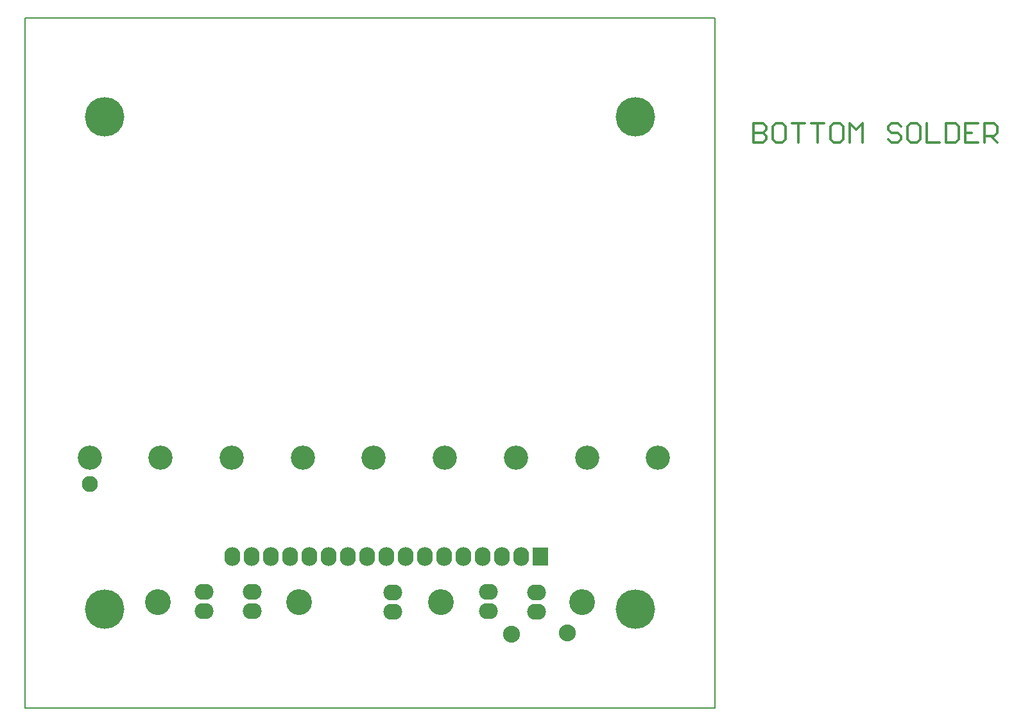
<source format=gbs>
%FSLAX25Y25*%
%MOIN*%
G70*
G01*
G75*
G04 Layer_Color=16711935*
%ADD10C,0.06693*%
%ADD11C,0.06000*%
%ADD12C,0.03600*%
%ADD13C,0.00800*%
%ADD14C,0.00787*%
%ADD15C,0.01575*%
%ADD16C,0.01400*%
%ADD17O,0.09000X0.07500*%
%ADD18O,0.07500X0.09000*%
%ADD19R,0.07500X0.09000*%
%ADD20C,0.11811*%
%ADD21C,0.19685*%
%ADD22C,0.12598*%
%ADD23C,0.08000*%
%ADD24C,0.07500*%
%ADD25C,0.11811*%
%ADD26C,0.02500*%
%ADD27C,0.02800*%
%ADD28C,0.01600*%
%ADD29C,0.07480*%
%ADD30O,0.09800X0.08300*%
%ADD31O,0.08300X0.09800*%
%ADD32R,0.08300X0.09800*%
%ADD33C,0.12611*%
%ADD34C,0.20485*%
%ADD35C,0.13398*%
%ADD36C,0.08800*%
%ADD37C,0.08300*%
D13*
X372047Y362205D02*
Y720472D01*
X730315D01*
Y362205D02*
Y720472D01*
X372047Y362205D02*
X730315D01*
D16*
X750374Y665694D02*
Y655697D01*
X755372D01*
X757038Y657363D01*
Y659029D01*
X755372Y660695D01*
X750374D01*
X755372D01*
X757038Y662361D01*
Y664028D01*
X755372Y665694D01*
X750374D01*
X765369D02*
X762037D01*
X760371Y664028D01*
Y657363D01*
X762037Y655697D01*
X765369D01*
X767035Y657363D01*
Y664028D01*
X765369Y665694D01*
X770368D02*
X777032D01*
X773700D01*
Y655697D01*
X780364Y665694D02*
X787029D01*
X783697D01*
Y655697D01*
X795360Y665694D02*
X792027D01*
X790361Y664028D01*
Y657363D01*
X792027Y655697D01*
X795360D01*
X797026Y657363D01*
Y664028D01*
X795360Y665694D01*
X800358Y655697D02*
Y665694D01*
X803690Y662361D01*
X807022Y665694D01*
Y655697D01*
X827016Y664028D02*
X825350Y665694D01*
X822017D01*
X820351Y664028D01*
Y662361D01*
X822017Y660695D01*
X825350D01*
X827016Y659029D01*
Y657363D01*
X825350Y655697D01*
X822017D01*
X820351Y657363D01*
X835347Y665694D02*
X832014D01*
X830348Y664028D01*
Y657363D01*
X832014Y655697D01*
X835347D01*
X837013Y657363D01*
Y664028D01*
X835347Y665694D01*
X840345D02*
Y655697D01*
X847009D01*
X850342Y665694D02*
Y655697D01*
X855340D01*
X857006Y657363D01*
Y664028D01*
X855340Y665694D01*
X850342D01*
X867003D02*
X860338D01*
Y655697D01*
X867003D01*
X860338Y660695D02*
X863671D01*
X870335Y655697D02*
Y665694D01*
X875334D01*
X877000Y664028D01*
Y660695D01*
X875334Y659029D01*
X870335D01*
X873668D02*
X877000Y655697D01*
D30*
X612500Y422500D02*
D03*
Y412500D02*
D03*
X465000D02*
D03*
Y422500D02*
D03*
X490000D02*
D03*
Y412500D02*
D03*
X562992Y412323D02*
D03*
Y422323D02*
D03*
X637500Y422323D02*
D03*
Y412323D02*
D03*
D31*
X629685Y440945D02*
D03*
X619685D02*
D03*
X609685D02*
D03*
X599685D02*
D03*
X589685D02*
D03*
X579685D02*
D03*
X569685D02*
D03*
X559685D02*
D03*
X549685D02*
D03*
X539685D02*
D03*
X529685D02*
D03*
X519685D02*
D03*
X509685D02*
D03*
X499685D02*
D03*
X489685D02*
D03*
X479685D02*
D03*
D32*
X639685D02*
D03*
D33*
X700787Y492126D02*
D03*
X442421D02*
D03*
X405512D02*
D03*
X479331D02*
D03*
X553150D02*
D03*
X516240D02*
D03*
X626968D02*
D03*
X590059D02*
D03*
X663878D02*
D03*
D34*
X413386Y413386D02*
D03*
X688976D02*
D03*
Y669291D02*
D03*
X413386D02*
D03*
D35*
X440945Y417323D02*
D03*
X514436D02*
D03*
X587926D02*
D03*
X661417D02*
D03*
D36*
X653500Y401000D02*
D03*
X624500Y400500D02*
D03*
D37*
X405512Y478346D02*
D03*
M02*

</source>
